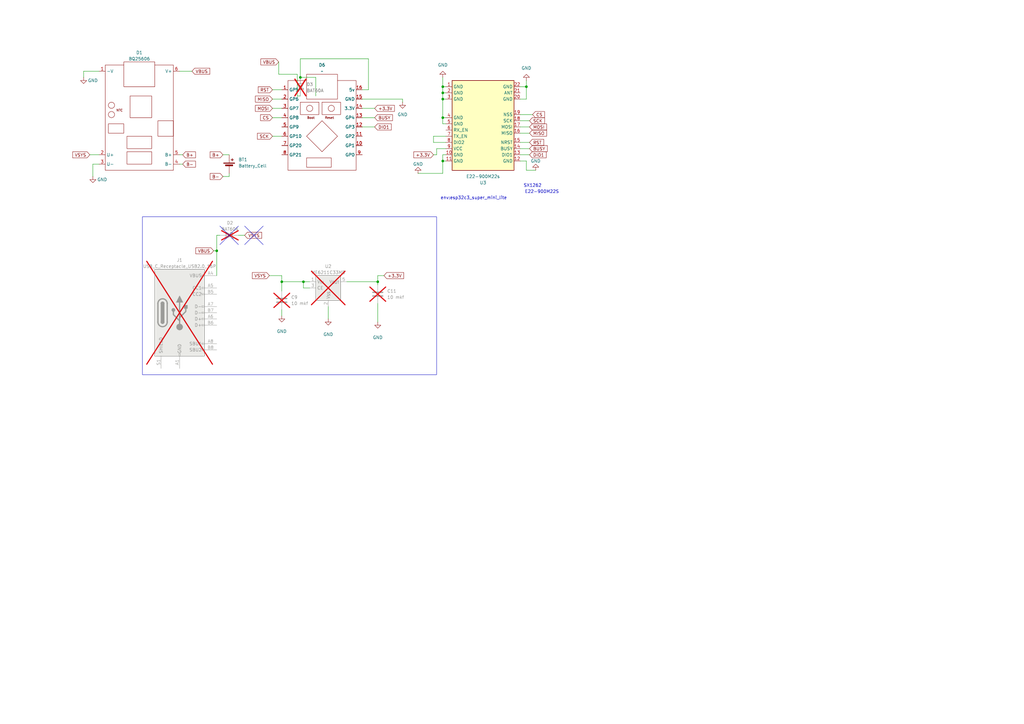
<source format=kicad_sch>
(kicad_sch (version 20231120) (generator "eeschema") (generator_version "8.0")
  (paper "A3")
  (lib_symbols
    (symbol "Connector:USB_C_Receptacle_USB2.0_16P" (pin_names (offset 1.016))
      (property "Reference" "J" (at 0 22.225 0))
      (property "Value" "USB_C_Receptacle_USB2.0_16P" (at 0 19.685 0))
      (symbol "USB_C_Receptacle_USB2.0_16P_0_0"
        (rectangle (start -0.254 -17.78) (end 0.254 -16.764))
        (rectangle (start 10.16 -14.986) (end 9.144 -15.494))
        (rectangle (start 10.16 -12.446) (end 9.144 -12.954))
        (rectangle (start 10.16 -4.826) (end 9.144 -5.334))
        (rectangle (start 10.16 -2.286) (end 9.144 -2.794))
        (rectangle (start 10.16 0.254) (end 9.144 -0.254))
        (rectangle (start 10.16 2.794) (end 9.144 2.286))
        (rectangle (start 10.16 7.874) (end 9.144 7.366))
        (rectangle (start 10.16 10.414) (end 9.144 9.906))
        (rectangle (start 10.16 15.494) (end 9.144 14.986))
      )
      (symbol "USB_C_Receptacle_USB2.0_16P_0_1"
        (rectangle (start -10.16 17.78) (end 10.16 -17.78) (stroke (width 0.254)) (fill (type background)))
        (arc (start -8.89 -3.81) (mid -6.985 -5.7067) (end -5.08 -3.81) (stroke (width 0.508)))
        (arc (start -7.62 -3.81) (mid -6.985 -4.4423) (end -6.35 -3.81) (stroke (width 0.254)))
        (arc (start -7.62 -3.81) (mid -6.985 -4.4423) (end -6.35 -3.81) (stroke (width 0.254)) (fill (type outline)))
        (rectangle (start -7.62 -3.81) (end -6.35 3.81) (stroke (width 0.254)) (fill (type outline)))
        (arc (start -6.35 3.81) (mid -6.985 4.4423) (end -7.62 3.81) (stroke (width 0.254)))
        (arc (start -6.35 3.81) (mid -6.985 4.4423) (end -7.62 3.81) (stroke (width 0.254)) (fill (type outline)))
        (arc (start -5.08 3.81) (mid -6.985 5.7067) (end -8.89 3.81) (stroke (width 0.508)))
        (circle (center -2.54 1.143) (radius 0.635) (stroke (width 0.254)) (fill (type outline)))
        (circle (center 0 -5.842) (radius 1.27) (fill (type outline)))
        (polyline (pts (xy -8.89 -3.81) (xy -8.89 3.81)) (stroke (width 0.508)))
        (polyline (pts (xy -5.08 3.81) (xy -5.08 -3.81)) (stroke (width 0.508)))
        (polyline (pts (xy 0 -5.842) (xy 0 4.318)) (stroke (width 0.508)))
        (polyline (pts (xy 0 -3.302) (xy -2.54 -0.762) (xy -2.54 0.508)) (stroke (width 0.508)))
        (polyline (pts (xy 0 -2.032) (xy 2.54 0.508) (xy 2.54 1.778)) (stroke (width 0.508)))
        (polyline (pts (xy -1.27 4.318) (xy 0 6.858) (xy 1.27 4.318) (xy -1.27 4.318)) (stroke (width 0.254)) (fill (type outline)))
        (rectangle (start 1.905 1.778) (end 3.175 3.048) (stroke (width 0.254)) (fill (type outline)))
      )
      (symbol "USB_C_Receptacle_USB2.0_16P_1_1"
        (pin passive line (at 0 -22.86 90) (length 5.08) (name "GND") (number "A1"))
        (pin passive line (at 0 -22.86 90) (length 5.08) hide (name "GND") (number "A12"))
        (pin passive line (at 15.24 15.24 180) (length 5.08) (name "VBUS") (number "A4"))
        (pin bidirectional line (at 15.24 10.16 180) (length 5.08) (name "CC1") (number "A5"))
        (pin bidirectional line (at 15.24 -2.54 180) (length 5.08) (name "D+") (number "A6"))
        (pin bidirectional line (at 15.24 2.54 180) (length 5.08) (name "D-") (number "A7"))
        (pin bidirectional line (at 15.24 -12.7 180) (length 5.08) (name "SBU1") (number "A8"))
        (pin passive line (at 15.24 15.24 180) (length 5.08) hide (name "VBUS") (number "A9"))
        (pin passive line (at 0 -22.86 90) (length 5.08) hide (name "GND") (number "B1"))
        (pin passive line (at 0 -22.86 90) (length 5.08) hide (name "GND") (number "B12"))
        (pin passive line (at 15.24 15.24 180) (length 5.08) hide (name "VBUS") (number "B4"))
        (pin bidirectional line (at 15.24 7.62 180) (length 5.08) (name "CC2") (number "B5"))
        (pin bidirectional line (at 15.24 -5.08 180) (length 5.08) (name "D+") (number "B6"))
        (pin bidirectional line (at 15.24 0 180) (length 5.08) (name "D-") (number "B7"))
        (pin bidirectional line (at 15.24 -15.24 180) (length 5.08) (name "SBU2") (number "B8"))
        (pin passive line (at 15.24 15.24 180) (length 5.08) hide (name "VBUS") (number "B9"))
        (pin passive line (at -7.62 -22.86 90) (length 5.08) (name "SHIELD") (number "S1"))
      )
    )
    (symbol "Device:Battery_Cell" (pin_numbers hide) (pin_names (offset 0) hide)
      (property "Reference" "BT" (at 2.54 2.54 0))
      (property "Value" "Battery_Cell" (at 2.54 0 0))
      (symbol "Battery_Cell_0_1"
        (rectangle (start -2.286 1.778) (end 2.286 1.524) (fill (type outline)))
        (rectangle (start -1.524 1.016) (end 1.524 0.508) (fill (type outline)))
        (polyline (pts (xy 0 0.762) (xy 0 0)))
        (polyline (pts (xy 0 1.778) (xy 0 2.54)))
        (polyline (pts (xy 0.762 3.048) (xy 1.778 3.048)) (stroke (width 0.254)))
        (polyline (pts (xy 1.27 3.556) (xy 1.27 2.54)) (stroke (width 0.254)))
      )
      (symbol "Battery_Cell_1_1"
        (pin passive line (at 0 5.08 270) (length 2.54) (name "+") (number "1"))
        (pin passive line (at 0 -2.54 90) (length 2.54) (name "-") (number "2"))
      )
    )
    (symbol "Device:C" (pin_numbers hide) (pin_names (offset 0.254))
      (property "Reference" "C" (at 0.635 2.54 0))
      (property "Value" "C" (at 0.635 -2.54 0))
      (symbol "C_0_1"
        (polyline (pts (xy -2.032 -0.762) (xy 2.032 -0.762)) (stroke (width 0.508)))
        (polyline (pts (xy -2.032 0.762) (xy 2.032 0.762)) (stroke (width 0.508)))
      )
      (symbol "C_1_1"
        (pin passive line (at 0 3.81 270) (length 2.794) (name "~") (number "1"))
        (pin passive line (at 0 -3.81 90) (length 2.794) (name "~") (number "2"))
      )
    )
    (symbol "Diode:BAT60A" (pin_numbers hide) (pin_names (offset 1.016) hide)
      (property "Reference" "D" (at 0 2.54 0))
      (property "Value" "BAT60A" (at 0 -2.54 0))
      (symbol "BAT60A_0_1"
        (polyline (pts (xy 1.27 0) (xy -1.27 0)))
        (polyline (pts (xy 1.27 1.27) (xy 1.27 -1.27) (xy -1.27 0) (xy 1.27 1.27)) (stroke (width 0.254)))
        (polyline (pts (xy -1.905 0.635) (xy -1.905 1.27) (xy -1.27 1.27) (xy -1.27 -1.27) (xy -0.635 -1.27) (xy -0.635 -0.635)) (stroke (width 0.254)))
      )
      (symbol "BAT60A_1_1"
        (pin passive line (at -3.81 0 0) (length 2.54) (name "K") (number "1"))
        (pin passive line (at 3.81 0 180) (length 2.54) (name "A") (number "2"))
      )
    )
    (symbol "Lora_lib:E22-900M22s"
      (property "Reference" "U" (at 7.112 24.892 0))
      (property "Value" "E22-900M22s" (at 24.13 -18.542 0))
      (symbol "E22-900M22s_1_1"
        (rectangle (start -12.7 21.59) (end 12.7 -15.24) (stroke (width 0.254)) (fill (type background)))
        (pin power_in line (at 15.24 -12.7 180) (length 2.54) (name "GND") (number "1"))
        (pin power_in line (at 15.24 15.24 180) (length 2.54) (name "GND") (number "10"))
        (pin power_in line (at 15.24 17.78 180) (length 2.54) (name "GND") (number "11"))
        (pin power_in line (at -15.24 17.78 0) (length 2.54) (name "GND") (number "12"))
        (pin bidirectional line (at -15.24 15.24 0) (length 2.54) (name "DIO1") (number "13"))
        (pin output line (at -15.24 12.7 0) (length 2.54) (name "BUSY") (number "14"))
        (pin input line (at -15.24 10.16 0) (length 2.54) (name "NRST") (number "15"))
        (pin output line (at -15.24 6.35 0) (length 2.54) (name "MISO") (number "16"))
        (pin input line (at -15.24 3.81 0) (length 2.54) (name "MOSI") (number "17"))
        (pin input line (at -15.24 1.27 0) (length 2.54) (name "SCK") (number "18"))
        (pin input line (at -15.24 -1.27 0) (length 2.54) (name "NSS") (number "19"))
        (pin power_in line (at 15.24 -10.16 180) (length 2.54) (name "GND") (number "2"))
        (pin power_in line (at -15.24 -7.62 0) (length 2.54) (name "GND") (number "20"))
        (pin input line (at -15.24 -10.16 0) (length 2.54) (name "ANT") (number "21"))
        (pin power_in line (at -15.24 -12.7 0) (length 2.54) (name "GND") (number "22"))
        (pin power_in line (at 15.24 -7.62 180) (length 2.54) (name "GND") (number "3"))
        (pin power_in line (at 15.24 0 180) (length 2.54) (name "GND") (number "4"))
        (pin power_in line (at 15.24 2.54 180) (length 2.54) (name "GND") (number "5"))
        (pin input line (at 15.24 5.08 180) (length 2.54) (name "RX_EN") (number "6"))
        (pin output line (at 15.24 7.62 180) (length 2.54) (name "TX_EN") (number "7"))
        (pin bidirectional line (at 15.24 10.16 180) (length 2.54) (name "DIO2") (number "8"))
        (pin power_in line (at 15.24 12.7 180) (length 2.54) (name "VCC") (number "9"))
      )
    )
    (symbol "Lora_lib:bq25606"
      (property "Reference" "D" (at 12.192 18.542 0))
      (symbol "bq25606_0_1"
        (rectangle (start 11.43 -6.35) (end 17.78 -10.16))
        (circle (center 12.7 -2.54) (radius 1.27))
        (circle (center 12.7 1.27) (radius 1.27))
        (rectangle (start 17.78 19.05) (end 30.48 8.89))
        (rectangle (start 19.05 -17.78) (end 29.21 -22.86))
        (rectangle (start 19.05 -11.43) (end 29.21 -16.51))
        (rectangle (start 20.32 5.08) (end 29.21 -3.81))
        (rectangle (start 31.75 -5.08) (end 38.1 -11.43))
      )
      (symbol "bq25606_1_1"
        (polyline (pts (xy 30.48 17.78) (xy 38.1 17.78) (xy 38.1 -25.4) (xy 10.16 -25.4) (xy 10.16 17.78) (xy 17.78 17.78)))
        (text "NTC" (at 16.002 -0.762 0) (effects (font (size 0.9 0.9))))
        (pin bidirectional line (at 7.62 15.24 0) (length 2.54) (name "-V") (number "1"))
        (pin bidirectional line (at 7.62 -19.05 0) (length 2.54) (name "U+") (number "2"))
        (pin bidirectional line (at 7.62 -22.86 0) (length 2.54) (name "U-") (number "3"))
        (pin bidirectional line (at 40.64 -22.86 180) (length 2.54) (name "B-") (number "4"))
        (pin bidirectional line (at 40.64 -19.05 180) (length 2.54) (name "B+") (number "5"))
        (pin bidirectional line (at 40.64 15.24 180) (length 2.54) (name "V+") (number "6"))
      )
    )
    (symbol "Regulator_Linear:ME6211C33M5"
      (property "Reference" "U" (at -4.572 6.35 0))
      (property "Value" "ME6211C33M5" (at 10.16 8.636 0))
      (symbol "ME6211C33M5_1_1"
        (rectangle (start -5.08 5.08) (end 5.08 -5.08) (stroke (width 0.254)) (fill (type background)))
        (pin power_in line (at -7.62 2.54 0) (length 2.54) (name "V_{IN}") (number "1"))
        (pin power_in line (at 0 -7.62 90) (length 2.54) (name "V_{SS}") (number "2"))
        (pin input line (at -7.62 0 0) (length 2.54) (name "CE") (number "3"))
        (pin no_connect line (at 5.08 0 180) (length 2.54) hide (name "NC") (number "4"))
        (pin power_out line (at 7.62 2.54 180) (length 2.54) (name "V_{OUT}") (number "5"))
      )
    )
    (symbol "VIP_metr_lib:esp32_c6"
      (property "Reference" "D" (at 12.192 18.542 0))
      (symbol "esp32_c6_0_1"
        (polyline (pts (xy 17.78 -6.35) (xy 24.13 -12.7)))
        (polyline (pts (xy 17.78 -6.35) (xy 24.13 0)))
        (polyline (pts (xy 24.13 -12.7) (xy 30.48 -6.35)))
        (polyline (pts (xy 24.13 0) (xy 30.48 -6.35)))
        (rectangle (start 15.24 7.62) (end 22.86 2.54))
        (rectangle (start 17.78 19.05) (end 30.48 8.89))
        (circle (center 19.05 5.08) (radius 1.27))
        (rectangle (start 24.13 7.62) (end 31.75 2.54))
        (circle (center 27.94 5.08) (radius 1.27))
      )
      (symbol "esp32_c6_1_1"
        (polyline (pts (xy 30.48 16.51) (xy 38.1 16.51) (xy 38.1 -20.32) (xy 10.16 -20.32) (xy 10.16 16.51) (xy 17.78 16.51)))
        (rectangle (start 17.78 -15.24) (end 27.94 -19.05))
        (text "Boot" (at 19.558 1.27 0) (effects (font (size 0.9 0.9))))
        (text "Reset" (at 27.178 1.27 0) (effects (font (size 0.9 0.9))))
        (pin bidirectional line (at 7.62 12.7 0) (length 2.54) (name "GP5") (number "1"))
        (pin bidirectional line (at 40.64 -10.16 180) (length 2.54) (name "GP1") (number "10"))
        (pin bidirectional line (at 40.64 -6.35 180) (length 2.54) (name "GP2") (number "11"))
        (pin bidirectional line (at 40.64 -2.54 180) (length 2.54) (name "GP3") (number "12"))
        (pin bidirectional line (at 40.64 1.27 180) (length 2.54) (name "GP4") (number "13"))
        (pin power_out line (at 40.64 5.08 180) (length 2.54) (name "3.3V") (number "14"))
        (pin power_in line (at 40.64 8.89 180) (length 2.54) (name "GND") (number "15"))
        (pin power_in line (at 40.64 12.7 180) (length 2.54) (name "5v") (number "16"))
        (pin bidirectional line (at 7.62 8.89 0) (length 2.54) (name "GP6") (number "2"))
        (pin bidirectional line (at 7.62 5.08 0) (length 2.54) (name "GP7") (number "3"))
        (pin bidirectional line (at 7.62 1.27 0) (length 2.54) (name "GP8") (number "4"))
        (pin bidirectional line (at 7.62 -2.54 0) (length 2.54) (name "GP9") (number "5"))
        (pin bidirectional line (at 7.62 -6.35 0) (length 2.54) (name "GP10") (number "6"))
        (pin bidirectional line (at 7.62 -10.16 0) (length 2.54) (name "GP20") (number "7"))
        (pin bidirectional line (at 7.62 -13.97 0) (length 2.54) (name "GP21") (number "8"))
        (pin bidirectional line (at 40.64 -13.97 180) (length 2.54) (name "GP0") (number "9"))
      )
    )
    (symbol "power:GND" (power) (pin_numbers hide) (pin_names (offset 0) hide)
      (property "Value" "GND" (at 0 -3.81 0))
      (symbol "GND_0_1"
        (polyline (pts (xy 0 0) (xy 0 -1.27) (xy 1.27 -1.27) (xy 0 -2.54) (xy -1.27 -1.27) (xy 0 -1.27)))
      )
      (symbol "GND_1_1"
        (pin power_in line (at 0 0 270) (length 0) (name "~") (number "1"))
      )
    )
  )
  (junction (at 181.61 40.64))
  (junction (at 181.61 35.56))
  (junction (at 181.61 48.26))
  (junction (at 124.46 115.57))
  (junction (at 181.61 66.04))
  (junction (at 115.57 115.57))
  (junction (at 154.94 115.57))
  (junction (at 215.9 35.56))
  (junction (at 123.19 31.75))
  (junction (at 181.61 38.1))
  (junction (at 88.9 102.87))
  (wire (pts (xy 215.9 66.04) (xy 213.36 66.04)))
  (wire (pts (xy 100.33 96.52) (xy 97.79 96.52)))
  (wire (pts (xy 123.19 31.75) (xy 123.19 24.13)))
  (wire (pts (xy 129.54 31.75) (xy 129.54 39.37)))
  (wire (pts (xy 217.17 60.96) (xy 213.36 60.96)))
  (wire (pts (xy 157.48 113.03) (xy 154.94 113.03)))
  (wire (pts (xy 177.8 55.88) (xy 182.88 55.88)))
  (wire (pts (xy 36.83 63.5) (xy 40.64 63.5)))
  (wire (pts (xy 154.94 132.08) (xy 154.94 124.46)))
  (wire (pts (xy 181.61 40.64) (xy 181.61 38.1)))
  (wire (pts (xy 218.44 46.99) (xy 213.36 46.99)))
  (wire (pts (xy 182.88 63.5) (xy 181.61 63.5)))
  (wire (pts (xy 115.57 119.38) (xy 115.57 115.57)))
  (wire (pts (xy 124.46 115.57) (xy 127 115.57)))
  (wire (pts (xy 123.19 24.13) (xy 151.13 24.13)))
  (wire (pts (xy 38.1 67.31) (xy 38.1 72.39)))
  (wire (pts (xy 181.61 31.75) (xy 181.61 35.56)))
  (wire (pts (xy 115.57 129.54) (xy 115.57 127)))
  (wire (pts (xy 217.17 63.5) (xy 213.36 63.5)))
  (wire (pts (xy 179.07 63.5) (xy 179.07 60.96)))
  (wire (pts (xy 181.61 48.26) (xy 181.61 40.64)))
  (wire (pts (xy 34.29 29.21) (xy 40.64 29.21)))
  (wire (pts (xy 121.92 39.37) (xy 123.19 39.37)))
  (wire (pts (xy 88.9 96.52) (xy 90.17 96.52)))
  (wire (pts (xy 181.61 35.56) (xy 182.88 35.56)))
  (wire (pts (xy 181.61 66.04) (xy 181.61 63.5)))
  (wire (pts (xy 181.61 71.12) (xy 181.61 66.04)))
  (polyline (pts (xy 90.17 92.71) (xy 97.79 100.33)))
  (wire (pts (xy 114.3 30.48) (xy 121.92 30.48)))
  (wire (pts (xy 182.88 38.1) (xy 181.61 38.1)))
  (polyline (pts (xy 100.33 100.33) (xy 107.95 92.71)))
  (wire (pts (xy 123.19 31.75) (xy 129.54 31.75)))
  (wire (pts (xy 153.67 48.26) (xy 148.59 48.26)))
  (wire (pts (xy 182.88 50.8) (xy 181.61 50.8)))
  (wire (pts (xy 215.9 35.56) (xy 215.9 40.64)))
  (wire (pts (xy 110.49 113.03) (xy 115.57 113.03)))
  (wire (pts (xy 217.17 49.53) (xy 213.36 49.53)))
  (polyline (pts (xy 100.33 92.71) (xy 107.95 100.33)))
  (wire (pts (xy 74.93 63.5) (xy 73.66 63.5)))
  (wire (pts (xy 111.76 48.26) (xy 115.57 48.26)))
  (wire (pts (xy 165.1 40.64) (xy 165.1 41.91)))
  (wire (pts (xy 217.17 54.61) (xy 213.36 54.61)))
  (wire (pts (xy 134.62 125.73) (xy 134.62 130.81)))
  (wire (pts (xy 124.46 118.11) (xy 124.46 115.57)))
  (wire (pts (xy 177.8 63.5) (xy 179.07 63.5)))
  (wire (pts (xy 148.59 40.64) (xy 165.1 40.64)))
  (wire (pts (xy 182.88 66.04) (xy 181.61 66.04)))
  (wire (pts (xy 153.67 52.07) (xy 148.59 52.07)))
  (wire (pts (xy 88.9 113.03) (xy 88.9 102.87)))
  (wire (pts (xy 111.76 55.88) (xy 115.57 55.88)))
  (wire (pts (xy 148.59 44.45) (xy 153.67 44.45)))
  (wire (pts (xy 87.63 102.87) (xy 88.9 102.87)))
  (wire (pts (xy 217.17 58.42) (xy 213.36 58.42)))
  (wire (pts (xy 171.45 71.12) (xy 181.61 71.12)))
  (wire (pts (xy 182.88 40.64) (xy 181.61 40.64)))
  (wire (pts (xy 111.76 36.83) (xy 115.57 36.83)))
  (wire (pts (xy 93.98 72.39) (xy 93.98 71.12)))
  (wire (pts (xy 111.76 44.45) (xy 115.57 44.45)))
  (wire (pts (xy 151.13 24.13) (xy 151.13 36.83)))
  (wire (pts (xy 88.9 102.87) (xy 88.9 96.52)))
  (wire (pts (xy 182.88 58.42) (xy 177.8 58.42)))
  (wire (pts (xy 78.74 29.21) (xy 73.66 29.21)))
  (wire (pts (xy 182.88 48.26) (xy 181.61 48.26)))
  (wire (pts (xy 177.8 58.42) (xy 177.8 55.88)))
  (wire (pts (xy 217.17 52.07) (xy 213.36 52.07)))
  (wire (pts (xy 91.44 72.39) (xy 93.98 72.39)))
  (wire (pts (xy 142.24 115.57) (xy 154.94 115.57)))
  (wire (pts (xy 215.9 40.64) (xy 213.36 40.64)))
  (wire (pts (xy 38.1 67.31) (xy 40.64 67.31)))
  (wire (pts (xy 34.29 31.75) (xy 34.29 29.21)))
  (wire (pts (xy 115.57 115.57) (xy 124.46 115.57)))
  (wire (pts (xy 181.61 50.8) (xy 181.61 48.26)))
  (wire (pts (xy 74.93 67.31) (xy 73.66 67.31)))
  (wire (pts (xy 115.57 113.03) (xy 115.57 115.57)))
  (wire (pts (xy 181.61 38.1) (xy 181.61 35.56)))
  (polyline (pts (xy 90.17 100.33) (xy 97.79 92.71)))
  (wire (pts (xy 114.3 25.4) (xy 114.3 30.48)))
  (wire (pts (xy 215.9 35.56) (xy 213.36 35.56)))
  (wire (pts (xy 215.9 33.02) (xy 215.9 35.56)))
  (wire (pts (xy 219.71 69.85) (xy 215.9 69.85)))
  (wire (pts (xy 179.07 60.96) (xy 182.88 60.96)))
  (wire (pts (xy 154.94 113.03) (xy 154.94 115.57)))
  (wire (pts (xy 151.13 36.83) (xy 148.59 36.83)))
  (wire (pts (xy 91.44 63.5) (xy 93.98 63.5)))
  (wire (pts (xy 154.94 115.57) (xy 154.94 116.84)))
  (wire (pts (xy 127 118.11) (xy 124.46 118.11)))
  (wire (pts (xy 121.92 30.48) (xy 121.92 39.37)))
  (wire (pts (xy 215.9 69.85) (xy 215.9 66.04)))
  (wire (pts (xy 111.76 40.64) (xy 115.57 40.64)))
  (rectangle (start 58.42 88.9) (end 179.07 153.67))
  (text "1  GND\n2  GND\n3  GND\n4  GND\n5  GND\n6  RXEN Input \n7  TXEN Input\n8  DIO2 Input/Output\n9  VCC\n10 GND\n11 GND\n12 GND\n13 DIO1 Input/Output\n14 BUSY Output For status indication (see SX1262 manual for details)\n15 NRST InputChip reset trigger input pin, valid in low level\n16 MISO OutputSPI data output pin\n17 MOSI InputSPI data output pin\n18 SCK  InputSPI data output pin\n19 NSS InputModule chip select pin for starting an SPI communication\n20 GND\n21 ANT Antenna interface, stamp hole (50 ohm characteristic impedance)\n22 GND" (at 565.15 215.9 0) (effects (font (size 1.27 1.27)) (justify left)))
  (text "#define SX126X_DIO2_AS_RF_SWITCH\nDIO2 can be configured to drive an RF switch through the use of the command SetDio2AsRfSwitchCtrl(...). In this\nmode, DIO2 will be at a logical 1 during Tx and at a logical 0 in any other mode.\nSetDIO2AsRfSwitchCtrl 0x9D enable Configure radio to control an RF switch from DIO2" (at 567.69 166.37 0) (effects (font (size 1.27 1.27)) (justify left)))
  (text "DIO1、DIO2 is the normal IO port, \nwhich can be configured to multiple function. The DIO2 can connect with TXEN，\nbut not with the IO port of MCU. \nIt's used to control RF switch, see more details in SX1262 datasheet. \nAlso It can be floated when not in use.\nThe DIO3 is powered by a 32MHz TCXO crystal.\nEnsure the good grounding, large area of paving, small the power supply ripple, the filter capacitor\nshould be increased and as close as possible to the VCC and GND pins of module." (at 599.44 198.12 0) (effects (font (size 1.27 1.27)) (justify left)))
  (text "//=== env:esp32c3_super_mini_lite ===\n//=== variant.h ====\n#ifndef _VARIANT_ESP32C3_SUPER_MINI_LITE_\n#define _VARIANT_ESP32C3_SUPER_MINI_LITE_\n\n#ifdef __cplusplus\nextern \"C\" {\n#endif // __cplusplus\n\n// I2C отключен (нет дисплея и датчиков)\n#define WIRE_INTERFACES_COUNT (0)\n\n// Дисплей отключен\n#undef USE_SSD1306\n\n// GPS отключен\n#undef GPS_RX_PIN\n#undef GPS_TX_PIN\n#define DISABLE_GPS\n\n// Кнопка\n#define BUTTON_PIN (9) // BOOT button\n\n// LoRa - только основное\n#define USE_SX1262\n\n#define LORA_DIO0 RADIOLIB_NC\n#define LORA_RESET (5)\n#define LORA_DIO1 (3)\n//#define LORA_RXEN (2)\n#define LORA_BUSY (4)\n#define LORA_SCK (10)\n#define LORA_MISO (6)\n#define LORA_MOSI (7)\n#define LORA_CS (8)\n\n#define SX126X_CS LORA_CS\n#define SX126X_DIO1 LORA_DIO1\n#define SX126X_BUSY LORA_BUSY\n#define SX126X_RESET LORA_RESET\n#define SX126X_RXEN LORA_RXEN\n\n// DIO2 подключен к антенному переключателю, и вам не нужно его подключать к MCU.\n#define SX126X_DIO2_AS_RF_SWITCH\n// DIO3 для TCXO 1.8V\n#define SX126X_DIO3_TCXO_VOLTAGE (1.8)\n\n// Подробные логи\n// #define DEBUG_PORT Serial\n// #define CORE_DEBUG_LEVEL 4\n\n// Отключение управления антенной LoRa\n#undef LORA_RXEN\n\n#ifdef __cplusplus\n}\n#endif\n\n#endif" (at 441.96 219.71 0) (effects (font (size 1.27 1.27)) (justify left)))
  (text "SX1262" (at 218.44 76.2 0) (effects (font (size 1.27 1.27))))
  (text "E22-900M22S" (at 222.25 78.74 0) (effects (font (size 1.27 1.27))))
  (text "env:esp32c3_super_mini_lite" (at 194.31 81.28 0) (effects (font (size 1.27 1.27))))
  (global_label "VSYS" (shape input) (at 110.49 113.03 180) (property "Intersheetrefs" "${INTERSHEET_REFS}" (effects (hide yes))))
  (global_label "SCK" (shape input) (at 217.17 49.53 0) (property "Intersheetrefs" "${INTERSHEET_REFS}" (effects (hide yes))))
  (global_label "VBUS" (shape input) (at 114.3 25.4 180) (property "Intersheetrefs" "${INTERSHEET_REFS}" (effects (hide yes))))
  (global_label "MOSI" (shape input) (at 111.76 44.45 180) (property "Intersheetrefs" "${INTERSHEET_REFS}" (effects (hide yes))))
  (global_label "VSYS" (shape input) (at 36.83 63.5 180) (property "Intersheetrefs" "${INTERSHEET_REFS}" (effects (hide yes))))
  (global_label "VBUS" (shape input) (at 78.74 29.21 0) (property "Intersheetrefs" "${INTERSHEET_REFS}" (effects (hide yes))))
  (global_label "MISO" (shape input) (at 111.76 40.64 180) (property "Intersheetrefs" "${INTERSHEET_REFS}" (effects (hide yes))))
  (global_label "BUSY" (shape input) (at 217.17 60.96 0) (property "Intersheetrefs" "${INTERSHEET_REFS}" (effects (hide yes))))
  (global_label "VBUS" (shape input) (at 87.63 102.87 180) (property "Intersheetrefs" "${INTERSHEET_REFS}" (effects (hide yes))))
  (global_label "MOSI" (shape input) (at 217.17 52.07 0) (property "Intersheetrefs" "${INTERSHEET_REFS}" (effects (hide yes))))
  (global_label "B-" (shape input) (at 74.93 67.31 0) (property "Intersheetrefs" "${INTERSHEET_REFS}" (effects (hide yes))))
  (global_label "DIO1" (shape input) (at 217.17 63.5 0) (property "Intersheetrefs" "${INTERSHEET_REFS}" (effects (hide yes))))
  (global_label "+3.3V" (shape input) (at 177.8 63.5 180) (property "Intersheetrefs" "${INTERSHEET_REFS}" (effects (hide yes))))
  (global_label "B+" (shape input) (at 91.44 63.5 180) (property "Intersheetrefs" "${INTERSHEET_REFS}" (effects (hide yes))))
  (global_label "VSYS" (shape input) (at 100.33 96.52 0) (property "Intersheetrefs" "${INTERSHEET_REFS}" (effects (hide yes))))
  (global_label "CS" (shape input) (at 218.44 46.99 0) (property "Intersheetrefs" "${INTERSHEET_REFS}" (effects (hide yes))))
  (global_label "B-" (shape input) (at 91.44 72.39 180) (property "Intersheetrefs" "${INTERSHEET_REFS}" (effects (hide yes))))
  (global_label "CS" (shape input) (at 111.76 48.26 180) (property "Intersheetrefs" "${INTERSHEET_REFS}" (effects (hide yes))))
  (global_label "RST" (shape input) (at 111.76 36.83 180) (property "Intersheetrefs" "${INTERSHEET_REFS}" (effects (hide yes))))
  (global_label "RST" (shape input) (at 217.17 58.42 0) (property "Intersheetrefs" "${INTERSHEET_REFS}" (effects (hide yes))))
  (global_label "+3.3V" (shape input) (at 153.67 44.45 0) (property "Intersheetrefs" "${INTERSHEET_REFS}" (effects (hide yes))))
  (global_label "DIO1" (shape input) (at 153.67 52.07 0) (property "Intersheetrefs" "${INTERSHEET_REFS}" (effects (hide yes))))
  (global_label "SCK" (shape input) (at 111.76 55.88 180) (property "Intersheetrefs" "${INTERSHEET_REFS}" (effects (hide yes))))
  (global_label "B+" (shape input) (at 74.93 63.5 0) (property "Intersheetrefs" "${INTERSHEET_REFS}" (effects (hide yes))))
  (global_label "+3.3V" (shape input) (at 157.48 113.03 0) (property "Intersheetrefs" "${INTERSHEET_REFS}" (effects (hide yes))))
  (global_label "MISO" (shape input) (at 217.17 54.61 0) (property "Intersheetrefs" "${INTERSHEET_REFS}" (effects (hide yes))))
  (global_label "BUSY" (shape input) (at 153.67 48.26 0) (property "Intersheetrefs" "${INTERSHEET_REFS}" (effects (hide yes))))
  (symbol (lib_id "Lora_lib:E22-900M22s") (at 198.12 48.26 180) (unit 1)
    (property "Reference" "U3" (at 198.12 74.93 0))
    (property "Value" "E22-900M22s" (at 198.12 72.39 0))
    (property "Footprint" "Lora_Library:E22-900M22s" (effects (hide yes)))
  )
  (symbol (lib_id "VIP_metr_lib:esp32_c6") (at 107.95 49.53 0) (unit 1)
    (property "Reference" "D6" (at 132.08 26.67 0))
    (property "Value" "~" (at 132.08 29.21 0))
    (property "Footprint" "VIP_metr_Library:ESP32_c6_zero" (effects (hide yes)))
  )
  (symbol (lib_id "power:GND") (at 38.1 72.39 0) (unit 1)
    (property "Reference" "#PWR1" (effects (hide yes)))
    (property "Value" "GND" (at 41.91 73.66 0))
    (property "Description" "Power symbol creates a global label with name \"GND\" , ground" (effects (hide yes)))
  )
  (symbol (lib_id "Regulator_Linear:ME6211C33M5") (at 134.62 118.11 0) (unit 1) (in_bom no) (on_board no) (dnp yes)
    (property "Reference" "U2" (at 134.62 109.22 0))
    (property "Value" "ME6211C33M5" (at 134.62 111.76 0))
    (property "Footprint" "Package_TO_SOT_SMD:SOT-23-5" (effects (hide yes)))
    (property "Datasheet" "https://www.lcsc.com/datasheet/lcsc_datasheet_2304140030_MICRONE-Nanjing-Micro-One-Elec-ME6211C33R5G_C235316.pdf" (effects (hide yes)))
    (property "Description" "500mA low dropout linear regulator, shutdown pin, 6.5V max input voltage, 3.3V fixed positive output, SOT-23-5" (effects (hide yes)))
  )
  (symbol (lib_id "power:GND") (at 34.29 31.75 0) (unit 1)
    (property "Reference" "#PWR2" (effects (hide yes)))
    (property "Value" "GND" (at 38.1 33.02 0))
    (property "Description" "Power symbol creates a global label with name \"GND\" , ground" (effects (hide yes)))
  )
  (symbol (lib_id "power:GND") (at 171.45 71.12 180) (unit 1)
    (property "Reference" "#PWR28" (effects (hide yes)))
    (property "Value" "GND" (at 171.45 67.31 0))
    (property "Description" "Power symbol creates a global label with name \"GND\" , ground" (effects (hide yes)))
  )
  (symbol (lib_id "power:GND") (at 165.1 41.91 0) (unit 1)
    (property "Reference" "#PWR3" (effects (hide yes)))
    (property "Value" "GND" (at 165.1 46.99 0))
    (property "Description" "Power symbol creates a global label with name \"GND\" , ground" (effects (hide yes)))
  )
  (symbol (lib_id "Device:C") (at 115.57 123.19 0) (unit 1) (in_bom no) (on_board no) (dnp yes)
    (property "Reference" "C9" (at 119.38 121.9199 0) (effects (justify left)))
    (property "Value" "10 mkf" (at 119.38 124.4599 0) (effects (justify left)))
    (property "Footprint" "Capacitor_SMD:C_0402_1005Metric" (effects (hide yes)))
    (property "Description" "Unpolarized capacitor" (effects (hide yes)))
  )
  (symbol (lib_id "Connector:USB_C_Receptacle_USB2.0_16P") (at 73.66 128.27 0) (unit 1) (in_bom no) (on_board no) (dnp yes)
    (property "Reference" "J1" (at 73.66 106.68 0))
    (property "Value" "USB_C_Receptacle_USB2.0_16P" (at 73.66 109.22 0))
    (property "Footprint" "Lora_Library:USB_C_Receptacle_GCT_USB4105-xx-A_16P_TopMnt_Horizontal__Ali" (effects (hide yes)))
    (property "Datasheet" "https://www.usb.org/sites/default/files/documents/usb_type-c.zip" (effects (hide yes)))
    (property "Description" "USB 2.0-only 16P Type-C Receptacle connector" (effects (hide yes)))
  )
  (symbol (lib_id "power:GND") (at 115.57 129.54 0) (unit 1)
    (property "Reference" "#PWR15" (effects (hide yes)))
    (property "Value" "GND" (at 115.57 135.89 0))
    (property "Description" "Power symbol creates a global label with name \"GND\" , ground" (effects (hide yes)))
  )
  (symbol (lib_id "Device:C") (at 154.94 120.65 0) (unit 1) (in_bom no) (on_board no) (dnp yes)
    (property "Reference" "C11" (at 158.75 119.3799 0) (effects (justify left)))
    (property "Value" "10 mkf" (at 158.75 121.9199 0) (effects (justify left)))
    (property "Footprint" "Capacitor_SMD:C_0402_1005Metric" (effects (hide yes)))
    (property "Description" "Unpolarized capacitor" (effects (hide yes)))
  )
  (symbol (lib_id "power:GND") (at 219.71 69.85 180) (unit 1)
    (property "Reference" "#PWR31" (effects (hide yes)))
    (property "Value" "GND" (at 219.71 66.04 0))
    (property "Description" "Power symbol creates a global label with name \"GND\" , ground" (effects (hide yes)))
  )
  (symbol (lib_id "power:GND") (at 215.9 33.02 180) (unit 1)
    (property "Reference" "#PWR30" (effects (hide yes)))
    (property "Value" "GND" (at 215.9 27.94 0))
    (property "Description" "Power symbol creates a global label with name \"GND\" , ground" (effects (hide yes)))
  )
  (symbol (lib_id "Device:Battery_Cell") (at 93.98 68.58 0) (unit 1)
    (property "Reference" "BT1" (at 97.79 65.4684 0) (effects (justify left)))
    (property "Value" "Battery_Cell" (at 97.79 68.0084 0) (effects (justify left)))
    (property "Footprint" "Lora_Library:18650" (effects (hide yes)))
    (property "Description" "Single-cell battery" (effects (hide yes)))
  )
  (symbol (lib_id "Lora_lib:bq25606") (at 33.02 44.45 0) (unit 1)
    (property "Reference" "D1" (at 57.15 21.59 0))
    (property "Value" "BQ25606" (at 57.15 24.13 0))
    (property "Footprint" "Lora_Library:BQ25606" (effects (hide yes)))
  )
  (symbol (lib_id "power:GND") (at 154.94 132.08 0) (unit 1)
    (property "Reference" "#PWR18" (effects (hide yes)))
    (property "Value" "GND" (at 154.94 138.43 0))
    (property "Description" "Power symbol creates a global label with name \"GND\" , ground" (effects (hide yes)))
  )
  (symbol (lib_id "Diode:BAT60A") (at 93.98 96.52 180) (unit 1) (in_bom no) (on_board no) (dnp yes)
    (property "Reference" "D2" (at 94.2975 91.44 0))
    (property "Value" "BAT60A" (at 94.2975 93.98 0))
    (property "Footprint" "Diode_SMD:D_SOD-323" (effects (hide yes)))
    (property "Datasheet" "https://www.infineon.com/dgdl/Infineon-BAT60ASERIES-DS-v01_01-en.pdf?fileId=db3a304313d846880113def70c9304a9" (effects (hide yes)))
    (property "Description" "10V 3A High Current Recitifier Schottky Diode, SOD-323" (effects (hide yes)))
  )
  (symbol (lib_id "power:GND") (at 134.62 130.81 0) (unit 1)
    (property "Reference" "#PWR16" (effects (hide yes)))
    (property "Value" "GND" (at 134.62 137.16 0))
    (property "Description" "Power symbol creates a global label with name \"GND\" , ground" (effects (hide yes)))
  )
  (symbol (lib_id "Diode:BAT60A") (at 123.19 35.56 90) (unit 1) (in_bom no) (on_board no) (dnp yes)
    (property "Reference" "D3" (at 125.73 34.6074 90) (effects (justify right)))
    (property "Value" "BAT60A" (at 125.73 37.1474 90) (effects (justify right)))
    (property "Footprint" "Diode_SMD:D_SOD-323" (effects (hide yes)))
    (property "Datasheet" "https://www.infineon.com/dgdl/Infineon-BAT60ASERIES-DS-v01_01-en.pdf?fileId=db3a304313d846880113def70c9304a9" (effects (hide yes)))
    (property "Description" "10V 3A High Current Recitifier Schottky Diode, SOD-323" (effects (hide yes)))
  )
  (symbol (lib_id "power:GND") (at 181.61 31.75 180) (unit 1)
    (property "Reference" "#PWR29" (effects (hide yes)))
    (property "Value" "GND" (at 181.61 26.67 0))
    (property "Description" "Power symbol creates a global label with name \"GND\" , ground" (effects (hide yes)))
  )
)
</source>
